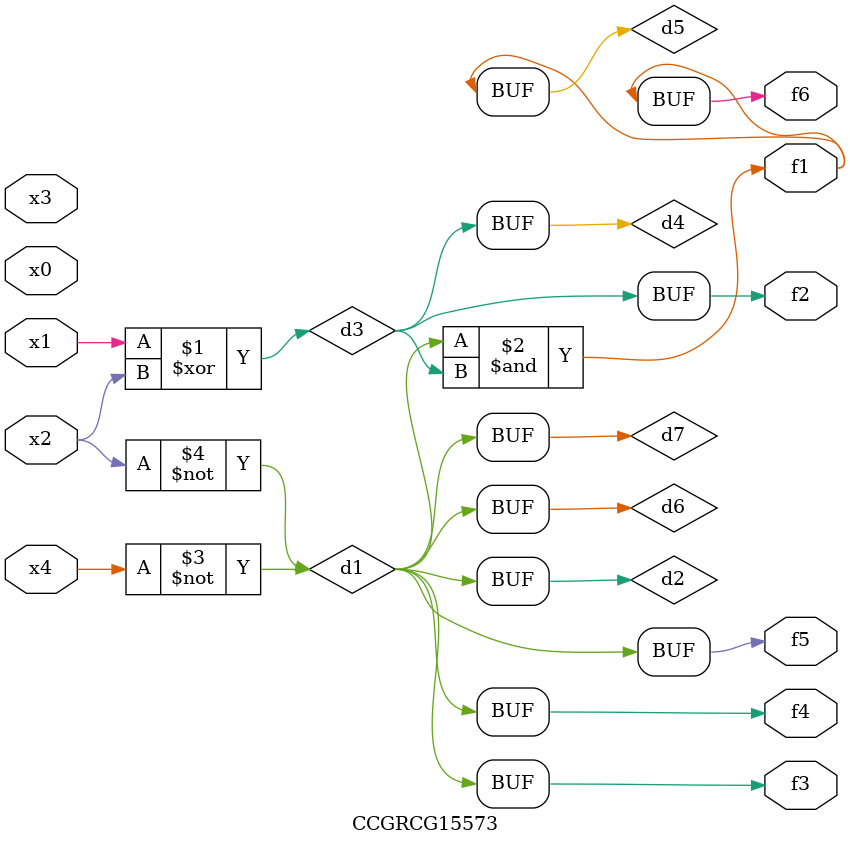
<source format=v>
module CCGRCG15573(
	input x0, x1, x2, x3, x4,
	output f1, f2, f3, f4, f5, f6
);

	wire d1, d2, d3, d4, d5, d6, d7;

	not (d1, x4);
	not (d2, x2);
	xor (d3, x1, x2);
	buf (d4, d3);
	and (d5, d1, d3);
	buf (d6, d1, d2);
	buf (d7, d2);
	assign f1 = d5;
	assign f2 = d4;
	assign f3 = d7;
	assign f4 = d7;
	assign f5 = d7;
	assign f6 = d5;
endmodule

</source>
